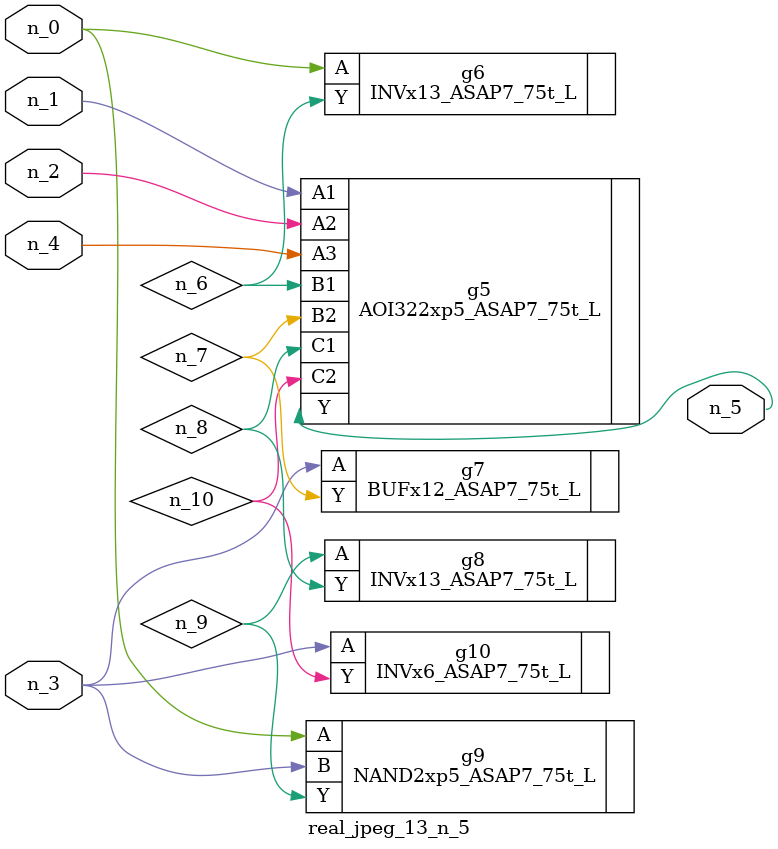
<source format=v>
module real_jpeg_13_n_5 (n_4, n_0, n_1, n_2, n_3, n_5);

input n_4;
input n_0;
input n_1;
input n_2;
input n_3;

output n_5;

wire n_8;
wire n_6;
wire n_7;
wire n_10;
wire n_9;

INVx13_ASAP7_75t_L g6 ( 
.A(n_0),
.Y(n_6)
);

NAND2xp5_ASAP7_75t_L g9 ( 
.A(n_0),
.B(n_3),
.Y(n_9)
);

AOI322xp5_ASAP7_75t_L g5 ( 
.A1(n_1),
.A2(n_2),
.A3(n_4),
.B1(n_6),
.B2(n_7),
.C1(n_8),
.C2(n_10),
.Y(n_5)
);

BUFx12_ASAP7_75t_L g7 ( 
.A(n_3),
.Y(n_7)
);

INVx6_ASAP7_75t_L g10 ( 
.A(n_3),
.Y(n_10)
);

INVx13_ASAP7_75t_L g8 ( 
.A(n_9),
.Y(n_8)
);


endmodule
</source>
